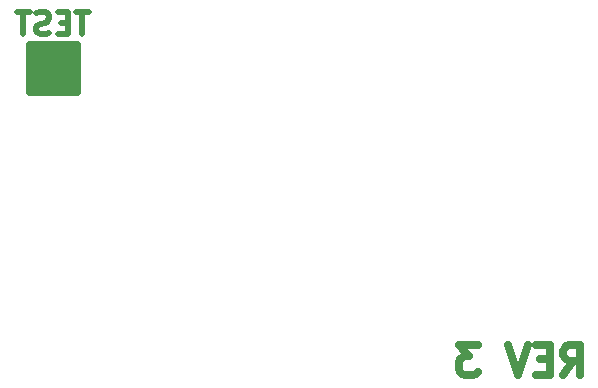
<source format=gbr>
G04 #@! TF.GenerationSoftware,KiCad,Pcbnew,(5.1.5)-3*
G04 #@! TF.CreationDate,2021-03-10T17:54:12-05:00*
G04 #@! TF.ProjectId,ESP32-VGA,45535033-322d-4564-9741-2e6b69636164,2*
G04 #@! TF.SameCoordinates,Original*
G04 #@! TF.FileFunction,Legend,Bot*
G04 #@! TF.FilePolarity,Positive*
%FSLAX46Y46*%
G04 Gerber Fmt 4.6, Leading zero omitted, Abs format (unit mm)*
G04 Created by KiCad (PCBNEW (5.1.5)-3) date 2021-03-10 17:54:12*
%MOMM*%
%LPD*%
G04 APERTURE LIST*
%ADD10C,0.635000*%
%ADD11C,0.650000*%
%ADD12C,0.476250*%
G04 APERTURE END LIST*
D10*
X61616771Y-102977647D02*
X62463438Y-101768123D01*
X63068200Y-102977647D02*
X63068200Y-100437647D01*
X62100580Y-100437647D01*
X61858676Y-100558600D01*
X61737723Y-100679552D01*
X61616771Y-100921457D01*
X61616771Y-101284314D01*
X61737723Y-101526219D01*
X61858676Y-101647171D01*
X62100580Y-101768123D01*
X63068200Y-101768123D01*
X60528200Y-101647171D02*
X59681533Y-101647171D01*
X59318676Y-102977647D02*
X60528200Y-102977647D01*
X60528200Y-100437647D01*
X59318676Y-100437647D01*
X58592961Y-100437647D02*
X57746295Y-102977647D01*
X56899628Y-100437647D01*
X54359628Y-100437647D02*
X52787247Y-100437647D01*
X53633914Y-101405266D01*
X53271057Y-101405266D01*
X53029152Y-101526219D01*
X52908200Y-101647171D01*
X52787247Y-101889076D01*
X52787247Y-102493838D01*
X52908200Y-102735742D01*
X53029152Y-102856695D01*
X53271057Y-102977647D01*
X53996771Y-102977647D01*
X54238676Y-102856695D01*
X54359628Y-102735742D01*
D11*
X16440400Y-75038200D02*
X20440400Y-75038200D01*
X20440400Y-75038200D02*
X20440400Y-79038200D01*
X20440400Y-79038200D02*
X16440400Y-79038200D01*
X16440400Y-79038200D02*
X16440400Y-75038200D01*
X16440400Y-75038200D02*
X16440400Y-75538200D01*
X16440400Y-75538200D02*
X20440400Y-75538200D01*
X20440400Y-75538200D02*
X20440400Y-76038200D01*
X20440400Y-76038200D02*
X16440400Y-76038200D01*
X16440400Y-76038200D02*
X16440400Y-76538200D01*
X16440400Y-76538200D02*
X20440400Y-76538200D01*
X20440400Y-76538200D02*
X20440400Y-77038200D01*
X20440400Y-77038200D02*
X16440400Y-77038200D01*
X16440400Y-77038200D02*
X16440400Y-77538200D01*
X16440400Y-77538200D02*
X19940400Y-77538200D01*
X19940400Y-77538200D02*
X20440400Y-77538200D01*
X20440400Y-77538200D02*
X20440400Y-78038200D01*
X20440400Y-78038200D02*
X16440400Y-78038200D01*
X16440400Y-78038200D02*
X16440400Y-78538200D01*
X16440400Y-78538200D02*
X20440400Y-78538200D01*
D12*
X21453928Y-72235785D02*
X20365357Y-72235785D01*
X20909642Y-74140785D02*
X20909642Y-72235785D01*
X19730357Y-73142928D02*
X19095357Y-73142928D01*
X18823214Y-74140785D02*
X19730357Y-74140785D01*
X19730357Y-72235785D01*
X18823214Y-72235785D01*
X18097500Y-74050071D02*
X17825357Y-74140785D01*
X17371785Y-74140785D01*
X17190357Y-74050071D01*
X17099642Y-73959357D01*
X17008928Y-73777928D01*
X17008928Y-73596500D01*
X17099642Y-73415071D01*
X17190357Y-73324357D01*
X17371785Y-73233642D01*
X17734642Y-73142928D01*
X17916071Y-73052214D01*
X18006785Y-72961500D01*
X18097500Y-72780071D01*
X18097500Y-72598642D01*
X18006785Y-72417214D01*
X17916071Y-72326500D01*
X17734642Y-72235785D01*
X17281071Y-72235785D01*
X17008928Y-72326500D01*
X16464642Y-72235785D02*
X15376071Y-72235785D01*
X15920357Y-74140785D02*
X15920357Y-72235785D01*
M02*

</source>
